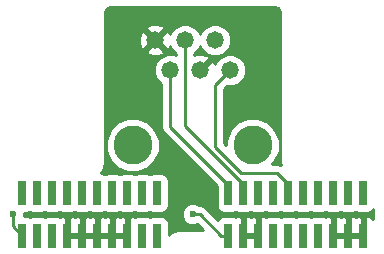
<source format=gbl>
G04 #@! TF.FileFunction,Copper,L2,Bot,Signal*
%FSLAX46Y46*%
G04 Gerber Fmt 4.6, Leading zero omitted, Abs format (unit mm)*
G04 Created by KiCad (PCBNEW 4.0.1-3.201512221402+6198~38~ubuntu15.04.1-stable) date Sun 14 Feb 2016 01:03:01 PM PST*
%MOMM*%
G01*
G04 APERTURE LIST*
%ADD10C,0.100000*%
%ADD11R,0.650000X2.100000*%
%ADD12C,1.471200*%
%ADD13C,3.300000*%
%ADD14C,0.600000*%
%ADD15C,0.250000*%
G04 APERTURE END LIST*
D10*
D11*
X149487500Y-111800000D03*
X150757500Y-111800000D03*
X152027500Y-111800000D03*
X153297500Y-111800000D03*
X154567500Y-111800000D03*
X155837500Y-111800000D03*
X157107500Y-111800000D03*
X158377500Y-111800000D03*
X159647500Y-111800000D03*
X160917500Y-111800000D03*
X149487500Y-108200000D03*
X150757500Y-108200000D03*
X152027500Y-108200000D03*
X153297500Y-108200000D03*
X154567500Y-108200000D03*
X155837500Y-108200000D03*
X157107500Y-108200000D03*
X158377500Y-108200000D03*
X159647500Y-108200000D03*
X160917500Y-108200000D03*
X132057500Y-111800000D03*
X133327500Y-111800000D03*
X134597500Y-111800000D03*
X135867500Y-111800000D03*
X137137500Y-111800000D03*
X138407500Y-111800000D03*
X139677500Y-111800000D03*
X140947500Y-111800000D03*
X142217500Y-111800000D03*
X143487500Y-111800000D03*
X132057500Y-108200000D03*
X133327500Y-108200000D03*
X134597500Y-108200000D03*
X135867500Y-108200000D03*
X137137500Y-108200000D03*
X138407500Y-108200000D03*
X139677500Y-108200000D03*
X140947500Y-108200000D03*
X142217500Y-108200000D03*
X143487500Y-108200000D03*
D12*
X149657500Y-97800000D03*
D13*
X151567500Y-104150000D03*
X141407500Y-104150000D03*
D12*
X148387500Y-95260000D03*
X145847500Y-95260000D03*
X143307500Y-95260000D03*
X147117500Y-97800000D03*
X144577500Y-97800000D03*
D14*
X131250000Y-110000000D03*
X146487500Y-110000000D03*
D15*
X149487500Y-108200000D02*
X149487500Y-107487500D01*
X149487500Y-107487500D02*
X144577500Y-102577500D01*
X144577500Y-102577500D02*
X144577500Y-97800000D01*
X149657500Y-97800000D02*
X148400000Y-99057500D01*
X150600000Y-106500000D02*
X153592500Y-106500000D01*
X148400000Y-99057500D02*
X148400000Y-104300000D01*
X148400000Y-104300000D02*
X150600000Y-106500000D01*
X153592500Y-106500000D02*
X154567500Y-107475000D01*
X154567500Y-107475000D02*
X154567500Y-108200000D01*
X150757500Y-108200000D02*
X150757500Y-107457500D01*
X150757500Y-107457500D02*
X145847500Y-102547500D01*
X145847500Y-102547500D02*
X145847500Y-96300295D01*
X145847500Y-96300295D02*
X145847500Y-95260000D01*
X147112500Y-110000000D02*
X146487500Y-110000000D01*
X149487500Y-111800000D02*
X148912500Y-111800000D01*
X148912500Y-111800000D02*
X147112500Y-110000000D01*
X131250000Y-110000000D02*
X131250000Y-110992500D01*
X131250000Y-110992500D02*
X132057500Y-111800000D01*
G36*
X153679557Y-92515506D02*
X153772435Y-92577565D01*
X153834494Y-92670443D01*
X153870000Y-92848944D01*
X153870000Y-105450000D01*
X153883450Y-105517618D01*
X153883450Y-105586563D01*
X153934643Y-105843927D01*
X153879513Y-105807090D01*
X153592500Y-105750000D01*
X153184853Y-105750000D01*
X153495027Y-105440367D01*
X153842104Y-104604511D01*
X153842894Y-103699460D01*
X153497276Y-102863000D01*
X152857867Y-102222473D01*
X152022011Y-101875396D01*
X151116960Y-101874606D01*
X150280500Y-102220224D01*
X149639973Y-102859633D01*
X149292896Y-103695489D01*
X149292515Y-104131855D01*
X149150000Y-103989340D01*
X149150000Y-99368160D01*
X149365975Y-99152185D01*
X149385673Y-99160364D01*
X149926953Y-99160836D01*
X150427211Y-98954133D01*
X150810288Y-98571724D01*
X151017864Y-98071827D01*
X151018336Y-97530547D01*
X150811633Y-97030289D01*
X150429224Y-96647212D01*
X149929327Y-96439636D01*
X149388047Y-96439164D01*
X148887789Y-96645867D01*
X148504712Y-97028276D01*
X148398625Y-97283762D01*
X148317402Y-97087673D01*
X148078754Y-97021180D01*
X147299934Y-97800000D01*
X147314076Y-97814142D01*
X147131642Y-97996576D01*
X147117500Y-97982434D01*
X147103358Y-97996576D01*
X146920924Y-97814142D01*
X146935066Y-97800000D01*
X146920924Y-97785858D01*
X147103358Y-97603424D01*
X147117500Y-97617566D01*
X147896320Y-96838746D01*
X147829827Y-96600098D01*
X147316422Y-96418839D01*
X146772732Y-96447850D01*
X146597500Y-96520434D01*
X146597500Y-96422277D01*
X146617211Y-96414133D01*
X147000288Y-96031724D01*
X147117532Y-95749370D01*
X147233367Y-96029711D01*
X147615776Y-96412788D01*
X148115673Y-96620364D01*
X148656953Y-96620836D01*
X149157211Y-96414133D01*
X149540288Y-96031724D01*
X149747864Y-95531827D01*
X149748336Y-94990547D01*
X149541633Y-94490289D01*
X149159224Y-94107212D01*
X148659327Y-93899636D01*
X148118047Y-93899164D01*
X147617789Y-94105867D01*
X147234712Y-94488276D01*
X147117468Y-94770630D01*
X147001633Y-94490289D01*
X146619224Y-94107212D01*
X146119327Y-93899636D01*
X145578047Y-93899164D01*
X145077789Y-94105867D01*
X144694712Y-94488276D01*
X144588625Y-94743762D01*
X144507402Y-94547673D01*
X144268754Y-94481180D01*
X143489934Y-95260000D01*
X144268754Y-96038820D01*
X144507402Y-95972327D01*
X144582162Y-95760575D01*
X144693367Y-96029711D01*
X145075776Y-96412788D01*
X145097500Y-96421809D01*
X145097500Y-96542687D01*
X144849327Y-96439636D01*
X144308047Y-96439164D01*
X143807789Y-96645867D01*
X143424712Y-97028276D01*
X143217136Y-97528173D01*
X143216664Y-98069453D01*
X143423367Y-98569711D01*
X143805776Y-98952788D01*
X143827500Y-98961809D01*
X143827500Y-102577500D01*
X143884590Y-102864513D01*
X144047170Y-103107830D01*
X148525256Y-107585916D01*
X148525256Y-109250000D01*
X148568837Y-109481611D01*
X148705719Y-109694332D01*
X148914576Y-109837038D01*
X149162500Y-109887244D01*
X149812500Y-109887244D01*
X150044111Y-109843663D01*
X150121443Y-109793901D01*
X150184576Y-109837038D01*
X150432500Y-109887244D01*
X151082500Y-109887244D01*
X151314111Y-109843663D01*
X151391443Y-109793901D01*
X151454576Y-109837038D01*
X151702500Y-109887244D01*
X152352500Y-109887244D01*
X152584111Y-109843663D01*
X152661443Y-109793901D01*
X152724576Y-109837038D01*
X152972500Y-109887244D01*
X153622500Y-109887244D01*
X153854111Y-109843663D01*
X153931443Y-109793901D01*
X153994576Y-109837038D01*
X154242500Y-109887244D01*
X154892500Y-109887244D01*
X155124111Y-109843663D01*
X155201443Y-109793901D01*
X155264576Y-109837038D01*
X155512500Y-109887244D01*
X156162500Y-109887244D01*
X156394111Y-109843663D01*
X156471443Y-109793901D01*
X156534576Y-109837038D01*
X156782500Y-109887244D01*
X157432500Y-109887244D01*
X157664111Y-109843663D01*
X157741443Y-109793901D01*
X157804576Y-109837038D01*
X158052500Y-109887244D01*
X158702500Y-109887244D01*
X158934111Y-109843663D01*
X159011443Y-109793901D01*
X159074576Y-109837038D01*
X159322500Y-109887244D01*
X159972500Y-109887244D01*
X160204111Y-109843663D01*
X160281443Y-109793901D01*
X160344576Y-109837038D01*
X160592500Y-109887244D01*
X161242500Y-109887244D01*
X161474111Y-109843663D01*
X161686832Y-109706781D01*
X161780000Y-109570425D01*
X161780000Y-110393532D01*
X161779131Y-110391434D01*
X161601065Y-110213368D01*
X161368411Y-110117000D01*
X161204750Y-110117000D01*
X161046500Y-110275250D01*
X161046500Y-111671000D01*
X161066500Y-111671000D01*
X161066500Y-111929000D01*
X161046500Y-111929000D01*
X161046500Y-111949000D01*
X160788500Y-111949000D01*
X160788500Y-111929000D01*
X159776500Y-111929000D01*
X159776500Y-111949000D01*
X159518500Y-111949000D01*
X159518500Y-111929000D01*
X158506500Y-111929000D01*
X158506500Y-111949000D01*
X158248500Y-111949000D01*
X158248500Y-111929000D01*
X158228500Y-111929000D01*
X158228500Y-111671000D01*
X158248500Y-111671000D01*
X158248500Y-110275250D01*
X158506500Y-110275250D01*
X158506500Y-111671000D01*
X159518500Y-111671000D01*
X159518500Y-110275250D01*
X159776500Y-110275250D01*
X159776500Y-111671000D01*
X160788500Y-111671000D01*
X160788500Y-110275250D01*
X160630250Y-110117000D01*
X160466589Y-110117000D01*
X160282500Y-110193252D01*
X160098411Y-110117000D01*
X159934750Y-110117000D01*
X159776500Y-110275250D01*
X159518500Y-110275250D01*
X159360250Y-110117000D01*
X159196589Y-110117000D01*
X159012500Y-110193252D01*
X158828411Y-110117000D01*
X158664750Y-110117000D01*
X158506500Y-110275250D01*
X158248500Y-110275250D01*
X158090250Y-110117000D01*
X157926589Y-110117000D01*
X157731452Y-110197828D01*
X157680424Y-110162962D01*
X157432500Y-110112756D01*
X156782500Y-110112756D01*
X156550889Y-110156337D01*
X156473557Y-110206099D01*
X156410424Y-110162962D01*
X156162500Y-110112756D01*
X155512500Y-110112756D01*
X155280889Y-110156337D01*
X155203557Y-110206099D01*
X155140424Y-110162962D01*
X154892500Y-110112756D01*
X154242500Y-110112756D01*
X154010889Y-110156337D01*
X153933557Y-110206099D01*
X153870424Y-110162962D01*
X153622500Y-110112756D01*
X152972500Y-110112756D01*
X152740889Y-110156337D01*
X152675289Y-110198549D01*
X152478411Y-110117000D01*
X152314750Y-110117000D01*
X152156500Y-110275250D01*
X152156500Y-111671000D01*
X152176500Y-111671000D01*
X152176500Y-111929000D01*
X152156500Y-111929000D01*
X152156500Y-111949000D01*
X151898500Y-111949000D01*
X151898500Y-111929000D01*
X150886500Y-111929000D01*
X150886500Y-111949000D01*
X150628500Y-111949000D01*
X150628500Y-111929000D01*
X150608500Y-111929000D01*
X150608500Y-111671000D01*
X150628500Y-111671000D01*
X150628500Y-110275250D01*
X150886500Y-110275250D01*
X150886500Y-111671000D01*
X151898500Y-111671000D01*
X151898500Y-110275250D01*
X151740250Y-110117000D01*
X151576589Y-110117000D01*
X151392500Y-110193252D01*
X151208411Y-110117000D01*
X151044750Y-110117000D01*
X150886500Y-110275250D01*
X150628500Y-110275250D01*
X150470250Y-110117000D01*
X150306589Y-110117000D01*
X150111452Y-110197828D01*
X150060424Y-110162962D01*
X149812500Y-110112756D01*
X149162500Y-110112756D01*
X148930889Y-110156337D01*
X148718168Y-110293219D01*
X148615962Y-110442802D01*
X147642830Y-109469670D01*
X147399513Y-109307090D01*
X147112500Y-109250000D01*
X147045816Y-109250000D01*
X147012155Y-109216280D01*
X146672301Y-109075161D01*
X146304313Y-109074840D01*
X145964214Y-109215366D01*
X145703780Y-109475345D01*
X145562661Y-109815199D01*
X145562340Y-110183187D01*
X145702866Y-110523286D01*
X145962845Y-110783720D01*
X146302699Y-110924839D01*
X146670687Y-110925160D01*
X146887440Y-110835600D01*
X147381840Y-111330000D01*
X145315000Y-111330000D01*
X145247382Y-111343450D01*
X145178438Y-111343450D01*
X145006230Y-111377704D01*
X145006228Y-111377705D01*
X145006226Y-111377705D01*
X144889027Y-111426250D01*
X144753894Y-111482224D01*
X144753893Y-111482225D01*
X144753891Y-111482226D01*
X144607901Y-111579774D01*
X144511338Y-111676338D01*
X144449744Y-111737931D01*
X144449744Y-110750000D01*
X144406163Y-110518389D01*
X144269281Y-110305668D01*
X144060424Y-110162962D01*
X143812500Y-110112756D01*
X143162500Y-110112756D01*
X142930889Y-110156337D01*
X142853557Y-110206099D01*
X142790424Y-110162962D01*
X142542500Y-110112756D01*
X141892500Y-110112756D01*
X141660889Y-110156337D01*
X141595289Y-110198549D01*
X141398411Y-110117000D01*
X141234750Y-110117000D01*
X141076500Y-110275250D01*
X141076500Y-111671000D01*
X141096500Y-111671000D01*
X141096500Y-111929000D01*
X141076500Y-111929000D01*
X141076500Y-111949000D01*
X140818500Y-111949000D01*
X140818500Y-111929000D01*
X139806500Y-111929000D01*
X139806500Y-111949000D01*
X139548500Y-111949000D01*
X139548500Y-111929000D01*
X138536500Y-111929000D01*
X138536500Y-111949000D01*
X138278500Y-111949000D01*
X138278500Y-111929000D01*
X137266500Y-111929000D01*
X137266500Y-111949000D01*
X137008500Y-111949000D01*
X137008500Y-111929000D01*
X135996500Y-111929000D01*
X135996500Y-111949000D01*
X135738500Y-111949000D01*
X135738500Y-111929000D01*
X135718500Y-111929000D01*
X135718500Y-111671000D01*
X135738500Y-111671000D01*
X135738500Y-110275250D01*
X135996500Y-110275250D01*
X135996500Y-111671000D01*
X137008500Y-111671000D01*
X137008500Y-110275250D01*
X137266500Y-110275250D01*
X137266500Y-111671000D01*
X138278500Y-111671000D01*
X138278500Y-110275250D01*
X138536500Y-110275250D01*
X138536500Y-111671000D01*
X139548500Y-111671000D01*
X139548500Y-110275250D01*
X139806500Y-110275250D01*
X139806500Y-111671000D01*
X140818500Y-111671000D01*
X140818500Y-110275250D01*
X140660250Y-110117000D01*
X140496589Y-110117000D01*
X140312500Y-110193252D01*
X140128411Y-110117000D01*
X139964750Y-110117000D01*
X139806500Y-110275250D01*
X139548500Y-110275250D01*
X139390250Y-110117000D01*
X139226589Y-110117000D01*
X139042500Y-110193252D01*
X138858411Y-110117000D01*
X138694750Y-110117000D01*
X138536500Y-110275250D01*
X138278500Y-110275250D01*
X138120250Y-110117000D01*
X137956589Y-110117000D01*
X137772500Y-110193252D01*
X137588411Y-110117000D01*
X137424750Y-110117000D01*
X137266500Y-110275250D01*
X137008500Y-110275250D01*
X136850250Y-110117000D01*
X136686589Y-110117000D01*
X136502500Y-110193252D01*
X136318411Y-110117000D01*
X136154750Y-110117000D01*
X135996500Y-110275250D01*
X135738500Y-110275250D01*
X135580250Y-110117000D01*
X135416589Y-110117000D01*
X135221452Y-110197828D01*
X135170424Y-110162962D01*
X134922500Y-110112756D01*
X134272500Y-110112756D01*
X134040889Y-110156337D01*
X133963557Y-110206099D01*
X133900424Y-110162962D01*
X133652500Y-110112756D01*
X133002500Y-110112756D01*
X132770889Y-110156337D01*
X132693557Y-110206099D01*
X132630424Y-110162962D01*
X132382500Y-110112756D01*
X132174902Y-110112756D01*
X132175099Y-109887244D01*
X132382500Y-109887244D01*
X132614111Y-109843663D01*
X132691443Y-109793901D01*
X132754576Y-109837038D01*
X133002500Y-109887244D01*
X133652500Y-109887244D01*
X133884111Y-109843663D01*
X133961443Y-109793901D01*
X134024576Y-109837038D01*
X134272500Y-109887244D01*
X134922500Y-109887244D01*
X135154111Y-109843663D01*
X135231443Y-109793901D01*
X135294576Y-109837038D01*
X135542500Y-109887244D01*
X136192500Y-109887244D01*
X136424111Y-109843663D01*
X136501443Y-109793901D01*
X136564576Y-109837038D01*
X136812500Y-109887244D01*
X137462500Y-109887244D01*
X137694111Y-109843663D01*
X137771443Y-109793901D01*
X137834576Y-109837038D01*
X138082500Y-109887244D01*
X138732500Y-109887244D01*
X138964111Y-109843663D01*
X139041443Y-109793901D01*
X139104576Y-109837038D01*
X139352500Y-109887244D01*
X140002500Y-109887244D01*
X140234111Y-109843663D01*
X140311443Y-109793901D01*
X140374576Y-109837038D01*
X140622500Y-109887244D01*
X141272500Y-109887244D01*
X141504111Y-109843663D01*
X141581443Y-109793901D01*
X141644576Y-109837038D01*
X141892500Y-109887244D01*
X142542500Y-109887244D01*
X142774111Y-109843663D01*
X142851443Y-109793901D01*
X142914576Y-109837038D01*
X143162500Y-109887244D01*
X143812500Y-109887244D01*
X144044111Y-109843663D01*
X144256832Y-109706781D01*
X144399538Y-109497924D01*
X144449744Y-109250000D01*
X144449744Y-107150000D01*
X144406163Y-106918389D01*
X144269281Y-106705668D01*
X144060424Y-106562962D01*
X143812500Y-106512756D01*
X143162500Y-106512756D01*
X142930889Y-106556337D01*
X142853557Y-106606099D01*
X142790424Y-106562962D01*
X142542500Y-106512756D01*
X141892500Y-106512756D01*
X141660889Y-106556337D01*
X141583557Y-106606099D01*
X141520424Y-106562962D01*
X141272500Y-106512756D01*
X140622500Y-106512756D01*
X140390889Y-106556337D01*
X140313557Y-106606099D01*
X140250424Y-106562962D01*
X140002500Y-106512756D01*
X139352500Y-106512756D01*
X139120889Y-106556337D01*
X139043557Y-106606099D01*
X138980424Y-106562962D01*
X138732500Y-106512756D01*
X138701353Y-106512756D01*
X138895909Y-106221582D01*
X138895910Y-106221581D01*
X138962383Y-106061100D01*
X139000430Y-105969247D01*
X139000430Y-105969245D01*
X139076550Y-105586563D01*
X139076550Y-105517618D01*
X139090000Y-105450000D01*
X139090000Y-104600540D01*
X139132106Y-104600540D01*
X139477724Y-105437000D01*
X140117133Y-106077527D01*
X140952989Y-106424604D01*
X141858040Y-106425394D01*
X142694500Y-106079776D01*
X143335027Y-105440367D01*
X143682104Y-104604511D01*
X143682894Y-103699460D01*
X143337276Y-102863000D01*
X142697867Y-102222473D01*
X141862011Y-101875396D01*
X140956960Y-101874606D01*
X140120500Y-102220224D01*
X139479973Y-102859633D01*
X139132896Y-103695489D01*
X139132106Y-104600540D01*
X139090000Y-104600540D01*
X139090000Y-96221254D01*
X142528680Y-96221254D01*
X142595173Y-96459902D01*
X143108578Y-96641161D01*
X143652268Y-96612150D01*
X144019827Y-96459902D01*
X144086320Y-96221254D01*
X143307500Y-95442434D01*
X142528680Y-96221254D01*
X139090000Y-96221254D01*
X139090000Y-95061078D01*
X141926339Y-95061078D01*
X141955350Y-95604768D01*
X142107598Y-95972327D01*
X142346246Y-96038820D01*
X143125066Y-95260000D01*
X142346246Y-94481180D01*
X142107598Y-94547673D01*
X141926339Y-95061078D01*
X139090000Y-95061078D01*
X139090000Y-94298746D01*
X142528680Y-94298746D01*
X143307500Y-95077566D01*
X144086320Y-94298746D01*
X144019827Y-94060098D01*
X143506422Y-93878839D01*
X142962732Y-93907850D01*
X142595173Y-94060098D01*
X142528680Y-94298746D01*
X139090000Y-94298746D01*
X139090000Y-92848945D01*
X139125506Y-92670443D01*
X139187565Y-92577565D01*
X139280443Y-92515506D01*
X139458944Y-92480000D01*
X153501055Y-92480000D01*
X153679557Y-92515506D01*
X153679557Y-92515506D01*
G37*
X153679557Y-92515506D02*
X153772435Y-92577565D01*
X153834494Y-92670443D01*
X153870000Y-92848944D01*
X153870000Y-105450000D01*
X153883450Y-105517618D01*
X153883450Y-105586563D01*
X153934643Y-105843927D01*
X153879513Y-105807090D01*
X153592500Y-105750000D01*
X153184853Y-105750000D01*
X153495027Y-105440367D01*
X153842104Y-104604511D01*
X153842894Y-103699460D01*
X153497276Y-102863000D01*
X152857867Y-102222473D01*
X152022011Y-101875396D01*
X151116960Y-101874606D01*
X150280500Y-102220224D01*
X149639973Y-102859633D01*
X149292896Y-103695489D01*
X149292515Y-104131855D01*
X149150000Y-103989340D01*
X149150000Y-99368160D01*
X149365975Y-99152185D01*
X149385673Y-99160364D01*
X149926953Y-99160836D01*
X150427211Y-98954133D01*
X150810288Y-98571724D01*
X151017864Y-98071827D01*
X151018336Y-97530547D01*
X150811633Y-97030289D01*
X150429224Y-96647212D01*
X149929327Y-96439636D01*
X149388047Y-96439164D01*
X148887789Y-96645867D01*
X148504712Y-97028276D01*
X148398625Y-97283762D01*
X148317402Y-97087673D01*
X148078754Y-97021180D01*
X147299934Y-97800000D01*
X147314076Y-97814142D01*
X147131642Y-97996576D01*
X147117500Y-97982434D01*
X147103358Y-97996576D01*
X146920924Y-97814142D01*
X146935066Y-97800000D01*
X146920924Y-97785858D01*
X147103358Y-97603424D01*
X147117500Y-97617566D01*
X147896320Y-96838746D01*
X147829827Y-96600098D01*
X147316422Y-96418839D01*
X146772732Y-96447850D01*
X146597500Y-96520434D01*
X146597500Y-96422277D01*
X146617211Y-96414133D01*
X147000288Y-96031724D01*
X147117532Y-95749370D01*
X147233367Y-96029711D01*
X147615776Y-96412788D01*
X148115673Y-96620364D01*
X148656953Y-96620836D01*
X149157211Y-96414133D01*
X149540288Y-96031724D01*
X149747864Y-95531827D01*
X149748336Y-94990547D01*
X149541633Y-94490289D01*
X149159224Y-94107212D01*
X148659327Y-93899636D01*
X148118047Y-93899164D01*
X147617789Y-94105867D01*
X147234712Y-94488276D01*
X147117468Y-94770630D01*
X147001633Y-94490289D01*
X146619224Y-94107212D01*
X146119327Y-93899636D01*
X145578047Y-93899164D01*
X145077789Y-94105867D01*
X144694712Y-94488276D01*
X144588625Y-94743762D01*
X144507402Y-94547673D01*
X144268754Y-94481180D01*
X143489934Y-95260000D01*
X144268754Y-96038820D01*
X144507402Y-95972327D01*
X144582162Y-95760575D01*
X144693367Y-96029711D01*
X145075776Y-96412788D01*
X145097500Y-96421809D01*
X145097500Y-96542687D01*
X144849327Y-96439636D01*
X144308047Y-96439164D01*
X143807789Y-96645867D01*
X143424712Y-97028276D01*
X143217136Y-97528173D01*
X143216664Y-98069453D01*
X143423367Y-98569711D01*
X143805776Y-98952788D01*
X143827500Y-98961809D01*
X143827500Y-102577500D01*
X143884590Y-102864513D01*
X144047170Y-103107830D01*
X148525256Y-107585916D01*
X148525256Y-109250000D01*
X148568837Y-109481611D01*
X148705719Y-109694332D01*
X148914576Y-109837038D01*
X149162500Y-109887244D01*
X149812500Y-109887244D01*
X150044111Y-109843663D01*
X150121443Y-109793901D01*
X150184576Y-109837038D01*
X150432500Y-109887244D01*
X151082500Y-109887244D01*
X151314111Y-109843663D01*
X151391443Y-109793901D01*
X151454576Y-109837038D01*
X151702500Y-109887244D01*
X152352500Y-109887244D01*
X152584111Y-109843663D01*
X152661443Y-109793901D01*
X152724576Y-109837038D01*
X152972500Y-109887244D01*
X153622500Y-109887244D01*
X153854111Y-109843663D01*
X153931443Y-109793901D01*
X153994576Y-109837038D01*
X154242500Y-109887244D01*
X154892500Y-109887244D01*
X155124111Y-109843663D01*
X155201443Y-109793901D01*
X155264576Y-109837038D01*
X155512500Y-109887244D01*
X156162500Y-109887244D01*
X156394111Y-109843663D01*
X156471443Y-109793901D01*
X156534576Y-109837038D01*
X156782500Y-109887244D01*
X157432500Y-109887244D01*
X157664111Y-109843663D01*
X157741443Y-109793901D01*
X157804576Y-109837038D01*
X158052500Y-109887244D01*
X158702500Y-109887244D01*
X158934111Y-109843663D01*
X159011443Y-109793901D01*
X159074576Y-109837038D01*
X159322500Y-109887244D01*
X159972500Y-109887244D01*
X160204111Y-109843663D01*
X160281443Y-109793901D01*
X160344576Y-109837038D01*
X160592500Y-109887244D01*
X161242500Y-109887244D01*
X161474111Y-109843663D01*
X161686832Y-109706781D01*
X161780000Y-109570425D01*
X161780000Y-110393532D01*
X161779131Y-110391434D01*
X161601065Y-110213368D01*
X161368411Y-110117000D01*
X161204750Y-110117000D01*
X161046500Y-110275250D01*
X161046500Y-111671000D01*
X161066500Y-111671000D01*
X161066500Y-111929000D01*
X161046500Y-111929000D01*
X161046500Y-111949000D01*
X160788500Y-111949000D01*
X160788500Y-111929000D01*
X159776500Y-111929000D01*
X159776500Y-111949000D01*
X159518500Y-111949000D01*
X159518500Y-111929000D01*
X158506500Y-111929000D01*
X158506500Y-111949000D01*
X158248500Y-111949000D01*
X158248500Y-111929000D01*
X158228500Y-111929000D01*
X158228500Y-111671000D01*
X158248500Y-111671000D01*
X158248500Y-110275250D01*
X158506500Y-110275250D01*
X158506500Y-111671000D01*
X159518500Y-111671000D01*
X159518500Y-110275250D01*
X159776500Y-110275250D01*
X159776500Y-111671000D01*
X160788500Y-111671000D01*
X160788500Y-110275250D01*
X160630250Y-110117000D01*
X160466589Y-110117000D01*
X160282500Y-110193252D01*
X160098411Y-110117000D01*
X159934750Y-110117000D01*
X159776500Y-110275250D01*
X159518500Y-110275250D01*
X159360250Y-110117000D01*
X159196589Y-110117000D01*
X159012500Y-110193252D01*
X158828411Y-110117000D01*
X158664750Y-110117000D01*
X158506500Y-110275250D01*
X158248500Y-110275250D01*
X158090250Y-110117000D01*
X157926589Y-110117000D01*
X157731452Y-110197828D01*
X157680424Y-110162962D01*
X157432500Y-110112756D01*
X156782500Y-110112756D01*
X156550889Y-110156337D01*
X156473557Y-110206099D01*
X156410424Y-110162962D01*
X156162500Y-110112756D01*
X155512500Y-110112756D01*
X155280889Y-110156337D01*
X155203557Y-110206099D01*
X155140424Y-110162962D01*
X154892500Y-110112756D01*
X154242500Y-110112756D01*
X154010889Y-110156337D01*
X153933557Y-110206099D01*
X153870424Y-110162962D01*
X153622500Y-110112756D01*
X152972500Y-110112756D01*
X152740889Y-110156337D01*
X152675289Y-110198549D01*
X152478411Y-110117000D01*
X152314750Y-110117000D01*
X152156500Y-110275250D01*
X152156500Y-111671000D01*
X152176500Y-111671000D01*
X152176500Y-111929000D01*
X152156500Y-111929000D01*
X152156500Y-111949000D01*
X151898500Y-111949000D01*
X151898500Y-111929000D01*
X150886500Y-111929000D01*
X150886500Y-111949000D01*
X150628500Y-111949000D01*
X150628500Y-111929000D01*
X150608500Y-111929000D01*
X150608500Y-111671000D01*
X150628500Y-111671000D01*
X150628500Y-110275250D01*
X150886500Y-110275250D01*
X150886500Y-111671000D01*
X151898500Y-111671000D01*
X151898500Y-110275250D01*
X151740250Y-110117000D01*
X151576589Y-110117000D01*
X151392500Y-110193252D01*
X151208411Y-110117000D01*
X151044750Y-110117000D01*
X150886500Y-110275250D01*
X150628500Y-110275250D01*
X150470250Y-110117000D01*
X150306589Y-110117000D01*
X150111452Y-110197828D01*
X150060424Y-110162962D01*
X149812500Y-110112756D01*
X149162500Y-110112756D01*
X148930889Y-110156337D01*
X148718168Y-110293219D01*
X148615962Y-110442802D01*
X147642830Y-109469670D01*
X147399513Y-109307090D01*
X147112500Y-109250000D01*
X147045816Y-109250000D01*
X147012155Y-109216280D01*
X146672301Y-109075161D01*
X146304313Y-109074840D01*
X145964214Y-109215366D01*
X145703780Y-109475345D01*
X145562661Y-109815199D01*
X145562340Y-110183187D01*
X145702866Y-110523286D01*
X145962845Y-110783720D01*
X146302699Y-110924839D01*
X146670687Y-110925160D01*
X146887440Y-110835600D01*
X147381840Y-111330000D01*
X145315000Y-111330000D01*
X145247382Y-111343450D01*
X145178438Y-111343450D01*
X145006230Y-111377704D01*
X145006228Y-111377705D01*
X145006226Y-111377705D01*
X144889027Y-111426250D01*
X144753894Y-111482224D01*
X144753893Y-111482225D01*
X144753891Y-111482226D01*
X144607901Y-111579774D01*
X144511338Y-111676338D01*
X144449744Y-111737931D01*
X144449744Y-110750000D01*
X144406163Y-110518389D01*
X144269281Y-110305668D01*
X144060424Y-110162962D01*
X143812500Y-110112756D01*
X143162500Y-110112756D01*
X142930889Y-110156337D01*
X142853557Y-110206099D01*
X142790424Y-110162962D01*
X142542500Y-110112756D01*
X141892500Y-110112756D01*
X141660889Y-110156337D01*
X141595289Y-110198549D01*
X141398411Y-110117000D01*
X141234750Y-110117000D01*
X141076500Y-110275250D01*
X141076500Y-111671000D01*
X141096500Y-111671000D01*
X141096500Y-111929000D01*
X141076500Y-111929000D01*
X141076500Y-111949000D01*
X140818500Y-111949000D01*
X140818500Y-111929000D01*
X139806500Y-111929000D01*
X139806500Y-111949000D01*
X139548500Y-111949000D01*
X139548500Y-111929000D01*
X138536500Y-111929000D01*
X138536500Y-111949000D01*
X138278500Y-111949000D01*
X138278500Y-111929000D01*
X137266500Y-111929000D01*
X137266500Y-111949000D01*
X137008500Y-111949000D01*
X137008500Y-111929000D01*
X135996500Y-111929000D01*
X135996500Y-111949000D01*
X135738500Y-111949000D01*
X135738500Y-111929000D01*
X135718500Y-111929000D01*
X135718500Y-111671000D01*
X135738500Y-111671000D01*
X135738500Y-110275250D01*
X135996500Y-110275250D01*
X135996500Y-111671000D01*
X137008500Y-111671000D01*
X137008500Y-110275250D01*
X137266500Y-110275250D01*
X137266500Y-111671000D01*
X138278500Y-111671000D01*
X138278500Y-110275250D01*
X138536500Y-110275250D01*
X138536500Y-111671000D01*
X139548500Y-111671000D01*
X139548500Y-110275250D01*
X139806500Y-110275250D01*
X139806500Y-111671000D01*
X140818500Y-111671000D01*
X140818500Y-110275250D01*
X140660250Y-110117000D01*
X140496589Y-110117000D01*
X140312500Y-110193252D01*
X140128411Y-110117000D01*
X139964750Y-110117000D01*
X139806500Y-110275250D01*
X139548500Y-110275250D01*
X139390250Y-110117000D01*
X139226589Y-110117000D01*
X139042500Y-110193252D01*
X138858411Y-110117000D01*
X138694750Y-110117000D01*
X138536500Y-110275250D01*
X138278500Y-110275250D01*
X138120250Y-110117000D01*
X137956589Y-110117000D01*
X137772500Y-110193252D01*
X137588411Y-110117000D01*
X137424750Y-110117000D01*
X137266500Y-110275250D01*
X137008500Y-110275250D01*
X136850250Y-110117000D01*
X136686589Y-110117000D01*
X136502500Y-110193252D01*
X136318411Y-110117000D01*
X136154750Y-110117000D01*
X135996500Y-110275250D01*
X135738500Y-110275250D01*
X135580250Y-110117000D01*
X135416589Y-110117000D01*
X135221452Y-110197828D01*
X135170424Y-110162962D01*
X134922500Y-110112756D01*
X134272500Y-110112756D01*
X134040889Y-110156337D01*
X133963557Y-110206099D01*
X133900424Y-110162962D01*
X133652500Y-110112756D01*
X133002500Y-110112756D01*
X132770889Y-110156337D01*
X132693557Y-110206099D01*
X132630424Y-110162962D01*
X132382500Y-110112756D01*
X132174902Y-110112756D01*
X132175099Y-109887244D01*
X132382500Y-109887244D01*
X132614111Y-109843663D01*
X132691443Y-109793901D01*
X132754576Y-109837038D01*
X133002500Y-109887244D01*
X133652500Y-109887244D01*
X133884111Y-109843663D01*
X133961443Y-109793901D01*
X134024576Y-109837038D01*
X134272500Y-109887244D01*
X134922500Y-109887244D01*
X135154111Y-109843663D01*
X135231443Y-109793901D01*
X135294576Y-109837038D01*
X135542500Y-109887244D01*
X136192500Y-109887244D01*
X136424111Y-109843663D01*
X136501443Y-109793901D01*
X136564576Y-109837038D01*
X136812500Y-109887244D01*
X137462500Y-109887244D01*
X137694111Y-109843663D01*
X137771443Y-109793901D01*
X137834576Y-109837038D01*
X138082500Y-109887244D01*
X138732500Y-109887244D01*
X138964111Y-109843663D01*
X139041443Y-109793901D01*
X139104576Y-109837038D01*
X139352500Y-109887244D01*
X140002500Y-109887244D01*
X140234111Y-109843663D01*
X140311443Y-109793901D01*
X140374576Y-109837038D01*
X140622500Y-109887244D01*
X141272500Y-109887244D01*
X141504111Y-109843663D01*
X141581443Y-109793901D01*
X141644576Y-109837038D01*
X141892500Y-109887244D01*
X142542500Y-109887244D01*
X142774111Y-109843663D01*
X142851443Y-109793901D01*
X142914576Y-109837038D01*
X143162500Y-109887244D01*
X143812500Y-109887244D01*
X144044111Y-109843663D01*
X144256832Y-109706781D01*
X144399538Y-109497924D01*
X144449744Y-109250000D01*
X144449744Y-107150000D01*
X144406163Y-106918389D01*
X144269281Y-106705668D01*
X144060424Y-106562962D01*
X143812500Y-106512756D01*
X143162500Y-106512756D01*
X142930889Y-106556337D01*
X142853557Y-106606099D01*
X142790424Y-106562962D01*
X142542500Y-106512756D01*
X141892500Y-106512756D01*
X141660889Y-106556337D01*
X141583557Y-106606099D01*
X141520424Y-106562962D01*
X141272500Y-106512756D01*
X140622500Y-106512756D01*
X140390889Y-106556337D01*
X140313557Y-106606099D01*
X140250424Y-106562962D01*
X140002500Y-106512756D01*
X139352500Y-106512756D01*
X139120889Y-106556337D01*
X139043557Y-106606099D01*
X138980424Y-106562962D01*
X138732500Y-106512756D01*
X138701353Y-106512756D01*
X138895909Y-106221582D01*
X138895910Y-106221581D01*
X138962383Y-106061100D01*
X139000430Y-105969247D01*
X139000430Y-105969245D01*
X139076550Y-105586563D01*
X139076550Y-105517618D01*
X139090000Y-105450000D01*
X139090000Y-104600540D01*
X139132106Y-104600540D01*
X139477724Y-105437000D01*
X140117133Y-106077527D01*
X140952989Y-106424604D01*
X141858040Y-106425394D01*
X142694500Y-106079776D01*
X143335027Y-105440367D01*
X143682104Y-104604511D01*
X143682894Y-103699460D01*
X143337276Y-102863000D01*
X142697867Y-102222473D01*
X141862011Y-101875396D01*
X140956960Y-101874606D01*
X140120500Y-102220224D01*
X139479973Y-102859633D01*
X139132896Y-103695489D01*
X139132106Y-104600540D01*
X139090000Y-104600540D01*
X139090000Y-96221254D01*
X142528680Y-96221254D01*
X142595173Y-96459902D01*
X143108578Y-96641161D01*
X143652268Y-96612150D01*
X144019827Y-96459902D01*
X144086320Y-96221254D01*
X143307500Y-95442434D01*
X142528680Y-96221254D01*
X139090000Y-96221254D01*
X139090000Y-95061078D01*
X141926339Y-95061078D01*
X141955350Y-95604768D01*
X142107598Y-95972327D01*
X142346246Y-96038820D01*
X143125066Y-95260000D01*
X142346246Y-94481180D01*
X142107598Y-94547673D01*
X141926339Y-95061078D01*
X139090000Y-95061078D01*
X139090000Y-94298746D01*
X142528680Y-94298746D01*
X143307500Y-95077566D01*
X144086320Y-94298746D01*
X144019827Y-94060098D01*
X143506422Y-93878839D01*
X142962732Y-93907850D01*
X142595173Y-94060098D01*
X142528680Y-94298746D01*
X139090000Y-94298746D01*
X139090000Y-92848945D01*
X139125506Y-92670443D01*
X139187565Y-92577565D01*
X139280443Y-92515506D01*
X139458944Y-92480000D01*
X153501055Y-92480000D01*
X153679557Y-92515506D01*
M02*

</source>
